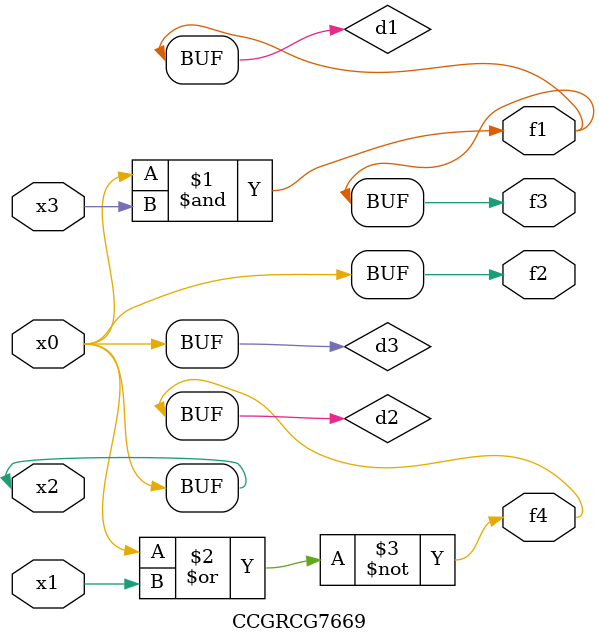
<source format=v>
module CCGRCG7669(
	input x0, x1, x2, x3,
	output f1, f2, f3, f4
);

	wire d1, d2, d3;

	and (d1, x2, x3);
	nor (d2, x0, x1);
	buf (d3, x0, x2);
	assign f1 = d1;
	assign f2 = d3;
	assign f3 = d1;
	assign f4 = d2;
endmodule

</source>
